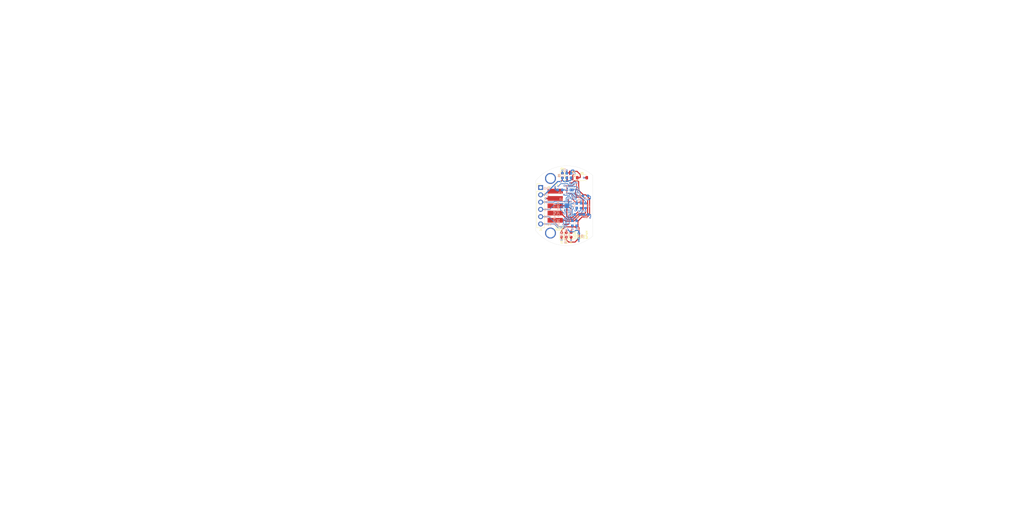
<source format=kicad_pcb>
(kicad_pcb (version 20240108) (generator "pcbnew") (generator_version "8.0")
  (title_block (title "Mag Encoder") (date "2024-11-25") (rev "4") (company "971 Spartan Robotics"))
  (layers (0 "F.Cu" signal) (1 "In1.Cu" signal) (2 "In2.Cu" signal) (31 "B.Cu" signal) (34 "B.Paste" user) (35 "F.Paste" user) (36 "B.SilkS" user "B.Silkscreen") (37 "F.SilkS" user "F.Silkscreen") (38 "B.Mask" user) (39 "F.Mask" user) (44 "Edge.Cuts" user))
  (net 0 "")
  (net 1 "+3.3V")
  (net 2 "GND")
  (net 3 "+5V")
  (net 4 "Net-(D4-A)")
  (net 5 "Net-(D1-K)")
  (net 6 "Net-(D3-A)")
  (net 7 "+5V_IN")
  (net 8 "Net-(C1-Pad1)")
  (net 9 "/A")
  (net 10 "/B")
  (net 11 "/PWM")
  (net 12 "Net-(D2-A)")
  (net 13 "Net-(R2-Pad1)")
  (net 14 "Net-(D3-K)")
  (net 15 "Net-(R1-Pad1)")
  (net 16 "Net-(U3-MGL)")
  (net 17 "Net-(U3-MGH)")
  (net 18 "Net-(U3-B)")
  (net 19 "/MISO")
  (net 20 "Net-(U3-A)")
  (net 21 "Net-(U3-PWM)")
  (net 22 "/CS")
  (net 23 "/MOSI")
  (net 24 "/SCLK")
  (net 26 "Net-(R3-Pad1)")
  (footprint "mag-encoder:pin-0.100" (layer "F.Cu") (at 224.8408 114.046 180)
    (property "Reference" "H1" (hide yes))
    (property "Value" "MountingHole")
    (pad "" thru_hole circle (at 0 0 180) (size 3.81 3.81) (drill 3) (layers "*.Cu" "*.Mask"))
  )
  (footprint "LED_SMD:LED_0603_1608Metric" (layer "F.Cu") (at 228.981 113.03 -90)
    (property "Reference" "D1" (at -0.0254 1.2446 90) (layer "F.SilkS") (effects (font (size 0.635 0.635) (thickness 0.127))))
    (property "Value" "ON" (at -2.3114 0 180) (layer "F.SilkS") (effects (font (size 0.635 0.635) (thickness 0.127) (bold yes))))
    (pad "1" smd roundrect (at -0.7875 0 270) (size 0.875 0.95) (layers "F.Cu" "F.Paste" "F.Mask") (net 5 "Net-(D1-K)"))
    (pad "2" smd roundrect (at 0.7875 0 270) (size 0.875 0.95) (layers "F.Cu" "F.Paste" "F.Mask") (net 1 "+3.3V"))
  )
  (footprint "LED_SMD:LED_0603_1608Metric" (layer "F.Cu") (at 228.727 133.731 90)
    (property "Reference" "D2" (at 2.032 -1.7272 90) (layer "F.SilkS") (effects (font (size 0.635 0.635) (thickness 0.127))))
    (property "Value" "LO" (at -2.5654 -0.008467 90) (layer "F.SilkS") (effects (font (size 0.635 0.635) (thickness 0.127) (bold yes))))
    (pad "1" smd roundrect (at -0.7875 0 90) (size 0.875 0.95) (layers "F.Cu" "F.Paste" "F.Mask") (net 2 "GND"))
    (pad "2" smd roundrect (at 0.7875 0 90) (size 0.875 0.95) (layers "F.Cu" "F.Paste" "F.Mask") (net 12 "Net-(D2-A)"))
  )
  (footprint "Package_TO_SOT_SMD:SOT-23" (layer "F.Cu") (at 231.5972 113.03 90)
    (property "Reference" "U1" (at 1.2954 1.3208 0) (layer "F.SilkS") (effects (font (size 0.635 0.635) (thickness 0.127))))
    (property "Value" "AP2120N-3.3TRG1")
    (pad "1" smd roundrect (at -0.9375 -0.95 90) (size 1.475 0.6) (layers "F.Cu" "F.Paste" "F.Mask") (net 2 "GND"))
    (pad "2" smd roundrect (at -0.9375 0.95 90) (size 1.475 0.6) (layers "F.Cu" "F.Paste" "F.Mask") (net 1 "+3.3V"))
    (pad "3" smd roundrect (at 0.9375 0 90) (size 1.475 0.6) (layers "F.Cu" "F.Paste" "F.Mask") (net 3 "+5V"))
  )
  (footprint "mag-encoder:Molex-70634-0039" (layer "F.Cu") (at 241.4778 123.571 90)
    (property "Reference" "J2" (at 7.3152 -14.5542 0) (layer "F.SilkS") (effects (font (size 0.635 0.635) (thickness 0.127))))
    (property "Value" "0015912055")
    (pad "" np_thru_hole circle (at -6.48 -4.3 90) (size 3.4 3.4) (drill 3.4) (layers "F&B.Cu" "*.Mask") (clearance 0.635))
    (pad "" np_thru_hole circle (at 6.48 -4.3 90) (size 3.4 3.4) (drill 3.4) (layers "F&B.Cu" "*.Mask") (clearance 0.635))
    (pad "1" smd roundrect (at 5.08 -14.99 90) (size 1.65 5.33) (layers "F.Cu" "F.Paste" "F.Mask") (roundrect_rratio 0.07352941176) (net 2 "GND"))
    (pad "2" smd roundrect (at 2.54 -14.99 90) (size 1.65 5.33) (layers "F.Cu" "F.Paste" "F.Mask") (roundrect_rratio 0.07352941176) (net 7 "+5V_IN"))
    (pad "3" smd roundrect (at 0 -14.99 90) (size 1.65 5.33) (layers "F.Cu" "F.Paste" "F.Mask") (roundrect_rratio 0.07352941176) (net 9 "/A"))
    (pad "4" smd roundrect (at -2.54 -14.99 90) (size 1.65 5.33) (layers "F.Cu" "F.Paste" "F.Mask") (roundrect_rratio 0.07352941176) (net 10 "/B"))
    (pad "5" smd roundrect (at -5.08 -14.99 90) (size 1.65 5.33) (layers "F.Cu" "F.Paste" "F.Mask") (roundrect_rratio 0.07352941176) (net 11 "/PWM"))
  )
  (footprint "LED_SMD:LED_0603_1608Metric" (layer "F.Cu") (at 230.378 133.731 90)
    (property "Reference" "D3" (at 2.032 -2.3876 90) (layer "F.SilkS") (effects (font (size 0.635 0.635) (thickness 0.127))))
    (property "Value" "OK" (at -2.504924 0.008466 90) (layer "F.SilkS") (effects (font (size 0.635 0.635) (thickness 0.127) (bold yes))))
    (pad "1" smd roundrect (at -0.7875 0 90) (size 0.875 0.95) (layers "F.Cu" "F.Paste" "F.Mask") (net 14 "Net-(D3-K)"))
    (pad "2" smd roundrect (at 0.7875 0 90) (size 0.875 0.95) (layers "F.Cu" "F.Paste" "F.Mask") (net 6 "Net-(D3-A)"))
  )
  (footprint "Connector_PinHeader_2.54mm:PinHeader_1x06_P2.54mm_Vertical" (layer "F.Cu") (at 221.4118 117.221)
    (property "Reference" "J1" (at 0.0508 14.7066 0) (layer "F.SilkS") (effects (font (size 0.635 0.635) (thickness 0.127) (bold yes))))
    (property "Value" "CONFIG")
    (pad "1" thru_hole rect (at 0 0) (size 1.7 1.7) (drill 1) (layers "*.Cu" "*.Mask") (net 2 "GND"))
    (pad "2" thru_hole oval (at 0 2.54) (size 1.7 1.7) (drill 1) (layers "*.Cu" "*.Mask") (net 1 "+3.3V"))
    (pad "3" thru_hole oval (at 0 5.08) (size 1.7 1.7) (drill 1) (layers "*.Cu" "*.Mask") (net 22 "/CS"))
    (pad "4" thru_hole oval (at 0 7.62) (size 1.7 1.7) (drill 1) (layers "*.Cu" "*.Mask") (net 23 "/MOSI"))
    (pad "5" thru_hole oval (at 0 10.16) (size 1.7 1.7) (drill 1) (layers "*.Cu" "*.Mask") (net 19 "/MISO"))
    (pad "6" thru_hole oval (at 0 12.7) (size 1.7 1.7) (drill 1) (layers "*.Cu" "*.Mask") (net 24 "/SCLK"))
  )
  (footprint "Diode_SMD:D_SOD-123" (layer "F.Cu") (at 235.839 113.792)
    (property "Reference" "D5" (at 0 -1.5748 0) (layer "F.SilkS") (effects (font (size 0.635 0.635) (thickness 0.127) (bold yes))))
    (property "Value" "MMSD4148T1G")
    (pad "1" smd roundrect (at -1.65 0) (size 0.9 1.2) (layers "F.Cu" "F.Paste" "F.Mask") (net 3 "+5V"))
    (pad "2" smd roundrect (at 1.65 0) (size 0.9 1.2) (layers "F.Cu" "F.Paste" "F.Mask") (net 7 "+5V_IN"))
  )
  (footprint "LED_SMD:LED_0603_1608Metric" (layer "F.Cu") (at 232.029 133.731 90)
    (property "Reference" "D4" (at 2.032 -3.048 90) (layer "F.SilkS") (effects (font (size 0.635 0.635) (thickness 0.127))))
    (property "Value" "HI" (at -2.671234 -0.0254 90) (layer "F.SilkS") (effects (font (size 0.635 0.635) (thickness 0.127) (bold yes))))
    (pad "1" smd roundrect (at -0.7875 0 90) (size 0.875 0.95) (layers "F.Cu" "F.Paste" "F.Mask") (net 2 "GND"))
    (pad "2" smd roundrect (at 0.7875 0 90) (size 0.875 0.95) (layers "F.Cu" "F.Paste" "F.Mask") (net 4 "Net-(D4-A)"))
  )
  (footprint "mag-encoder:pin-0.100" (layer "F.Cu") (at 224.8408 133.096 180)
    (property "Reference" "H2" (hide yes))
    (property "Value" "MountingHole")
    (pad "" thru_hole circle (at 0 0 180) (size 3.81 3.81) (drill 3) (layers "*.Cu" "*.Mask"))
  )
  (footprint "Resistor_SMD:R_0603_1608Metric" (layer "B.Cu") (at 235.5088 123.571 -90)
    (property "Reference" "R3" (at -1.9812 0.635 90) (layer "B.SilkS") (effects (font (size 0.635 0.635) (thickness 0.127)) (justify mirror)))
    (property "Value" "100R-1%-0603")
    (pad "1" smd roundrect (at -0.825 0 270) (size 0.8 0.95) (layers "B.Cu" "B.Paste" "B.Mask") (net 26 "Net-(R3-Pad1)"))
    (pad "2" smd roundrect (at 0.825 0 270) (size 0.8 0.95) (layers "B.Cu" "B.Paste" "B.Mask") (net 9 "/A"))
  )
  (footprint "Capacitor_SMD:C_0603_1608Metric" (layer "B.Cu") (at 233.9848 123.571 90)
    (property "Reference" "C2" (at 0.011 -1.0148 90) (layer "B.SilkS") (effects (font (size 0.635 0.635) (thickness 0.127)) (justify mirror)))
    (property "Value" "1uF-10%-25V-0603")
    (pad "1" smd roundrect (at -0.775 0 90) (size 0.9 0.95) (layers "B.Cu" "B.Paste" "B.Mask") (net 1 "+3.3V"))
    (pad "2" smd roundrect (at 0.775 0 90) (size 0.9 0.95) (layers "B.Cu" "B.Paste" "B.Mask") (net 2 "GND"))
  )
  (footprint "Capacitor_SMD:C_0603_1608Metric" (layer "B.Cu") (at 230.505 113.03 -90)
    (property "Reference" "C4" (at -1.8542 0.5842 90) (layer "B.SilkS") (effects (font (size 0.635 0.635) (thickness 0.127)) (justify mirror)))
    (property "Value" "1uF-10%-25V-0603")
    (pad "1" smd roundrect (at -0.775 0 270) (size 0.9 0.95) (layers "B.Cu" "B.Paste" "B.Mask") (net 3 "+5V"))
    (pad "2" smd roundrect (at 0.775 0 270) (size 0.9 0.95) (layers "B.Cu" "B.Paste" "B.Mask") (net 2 "GND"))
  )
  (footprint "mag-encoder:TI-WQFN-14-1EP_2.5x3mm_EP_1x1.5mm" (layer "B.Cu") (at 232.2068 118.0592 -90)
    (property "Reference" "U2" (at -0.6604 -2.5146 90) (layer "B.SilkS") (effects (font (size 0.635 0.635) (thickness 0.127)) (justify mirror)))
    (property "Value" "SN74LVC7032ABQAR")
    (pad "1" smd roundrect (at -0.25 1.4 180) (size 0.6 0.25) (layers "B.Cu" "B.Paste" "B.Mask") (roundrect_rratio 0.2) (net 8 "Net-(C1-Pad1)") (clearance 0.07))
    (pad "2" smd roundrect (at -1.15 1 270) (size 0.6 0.25) (layers "B.Cu" "B.Paste" "B.Mask") (roundrect_rratio 0.2) (net 17 "Net-(U3-MGH)") (clearance 0.07))
    (pad "3" smd roundrect (at -1.15 0.5 270) (size 0.6 0.25) (layers "B.Cu" "B.Paste" "B.Mask") (roundrect_rratio 0.2) (net 14 "Net-(D3-K)") (clearance 0.07))
    (pad "4" smd roundrect (at -1.15 0 270) (size 0.6 0.25) (layers "B.Cu" "B.Paste" "B.Mask") (roundrect_rratio 0.2) (net 21 "Net-(U3-PWM)") (clearance 0.07))
    (pad "5" smd roundrect (at -1.15 -0.5 270) (size 0.6 0.25) (layers "B.Cu" "B.Paste" "B.Mask") (roundrect_rratio 0.2) (net 8 "Net-(C1-Pad1)") (clearance 0.07))
    (pad "6" smd roundrect (at -1.15 -1 270) (size 0.6 0.25) (layers "B.Cu" "B.Paste" "B.Mask") (roundrect_rratio 0.2) (net 15 "Net-(R1-Pad1)") (clearance 0.07))
    (pad "7" smd roundrect (at -0.25 -1.4 180) (size 0.6 0.25) (layers "B.Cu" "B.Paste" "B.Mask") (roundrect_rratio 0.2) (net 2 "GND") (clearance 0.07))
    (pad "8" smd roundrect (at 0.25 -1.4 180) (size 0.6 0.25) (layers "B.Cu" "B.Paste" "B.Mask") (roundrect_rratio 0.2) (net 13 "Net-(R2-Pad1)") (clearance 0.07))
    (pad "9" smd roundrect (at 1.15 -1 270) (size 0.6 0.25) (layers "B.Cu" "B.Paste" "B.Mask") (roundrect_rratio 0.2) (net 18 "Net-(U3-B)") (clearance 0.07))
    (pad "10" smd roundrect (at 1.15 -0.5 270) (size 0.6 0.25) (layers "B.Cu" "B.Paste" "B.Mask") (roundrect_rratio 0.2) (net 8 "Net-(C1-Pad1)") (clearance 0.07))
    (pad "11" smd roundrect (at 1.15 0 270) (size 0.6 0.25) (layers "B.Cu" "B.Paste" "B.Mask") (roundrect_rratio 0.2) (net 26 "Net-(R3-Pad1)") (clearance 0.07))
    (pad "12" smd roundrect (at 1.15 0.5 270) (size 0.6 0.25) (layers "B.Cu" "B.Paste" "B.Mask") (roundrect_rratio 0.2) (net 20 "Net-(U3-A)") (clearance 0.07))
    (pad "13" smd roundrect (at 1.15 1 270) (size 0.6 0.25) (layers "B.Cu" "B.Paste" "B.Mask") (roundrect_rratio 0.2) (net 8 "Net-(C1-Pad1)") (clearance 0.07))
    (pad "14" smd roundrect (at 0.25 1.4 180) (size 0.6 0.25) (layers "B.Cu" "B.Paste" "B.Mask") (roundrect_rratio 0.2) (net 1 "+3.3V") (clearance 0.07))
    (pad "EP" smd roundrect (at 0 0 270) (size 1 1.5) (layers "B.Cu" "B.Paste" "B.Mask") (roundrect_rratio 0.2) (net 2 "GND") (clearance 0.07))
  )
  (footprint "Resistor_SMD:R_0603_1608Metric" (layer "B.Cu") (at 232.4608 129.667 -90)
    (property "Reference" "R7" (at 2.032 0 90) (layer "B.SilkS") (effects (font (size 0.635 0.635) (thickness 0.127)) (justify mirror)))
    (property "Value" "1.00k-1%-0603")
    (pad "1" smd roundrect (at -0.825 0 270) (size 0.8 0.95) (layers "B.Cu" "B.Paste" "B.Mask") (net 17 "Net-(U3-MGH)"))
    (pad "2" smd roundrect (at 0.825 0 270) (size 0.8 0.95) (layers "B.Cu" "B.Paste" "B.Mask") (net 4 "Net-(D4-A)"))
  )
  (footprint "Capacitor_SMD:C_0603_1608Metric" (layer "B.Cu") (at 228.1428 118.0592 180)
    (property "Reference" "C5" (at 0 -1.1176 0) (layer "B.SilkS") (effects (font (size 0.635 0.635) (thickness 0.127)) (justify mirror)))
    (property "Value" "1uF-10%-25V-0603")
    (pad "1" smd roundrect (at -0.775 0 180) (size 0.9 0.95) (layers "B.Cu" "B.Paste" "B.Mask") (net 1 "+3.3V"))
    (pad "2" smd roundrect (at 0.775 0 180) (size 0.9 0.95) (layers "B.Cu" "B.Paste" "B.Mask") (net 2 "GND"))
  )
  (footprint "Resistor_SMD:R_0603_1608Metric" (layer "B.Cu") (at 234.696 134.112 90)
    (property "Reference" "R5" (at -0.0254 1.2446 90) (layer "B.SilkS") (effects (font (size 0.635 0.635) (thickness 0.127)) (justify mirror)))
    (property "Value" "249R-1%-0603")
    (pad "1" smd roundrect (at -0.825 0 90) (size 0.8 0.95) (layers "B.Cu" "B.Paste" "B.Mask") (net 1 "+3.3V"))
    (pad "2" smd roundrect (at 0.825 0 90) (size 0.8 0.95) (layers "B.Cu" "B.Paste" "B.Mask") (net 6 "Net-(D3-A)"))
  )
  (footprint "Resistor_SMD:R_0603_1608Metric" (layer "B.Cu") (at 237.0328 123.571 -90)
    (property "Reference" "R2" (at 0 -1.1684 90) (layer "B.SilkS") (effects (font (size 0.635 0.635) (thickness 0.127)) (justify mirror)))
    (property "Value" "100R-1%-0603")
    (pad "1" smd roundrect (at -0.825 0 270) (size 0.8 0.95) (layers "B.Cu" "B.Paste" "B.Mask") (net 13 "Net-(R2-Pad1)"))
    (pad "2" smd roundrect (at 0.825 0 270) (size 0.8 0.95) (layers "B.Cu" "B.Paste" "B.Mask") (net 10 "/B"))
  )
  (footprint "Capacitor_SMD:C_0603_1608Metric" (layer "B.Cu") (at 237.236 126.619)
    (property "Reference" "C1" (at -0.0508 1.1176 0) (layer "B.SilkS") (effects (font (size 0.635 0.635) (thickness 0.127)) (justify mirror)))
    (property "Value" "1uF-10%-25V-0603")
    (pad "1" smd roundrect (at -0.775 0) (size 0.9 0.95) (layers "B.Cu" "B.Paste" "B.Mask") (net 8 "Net-(C1-Pad1)"))
    (pad "2" smd roundrect (at 0.775 0) (size 0.9 0.95) (layers "B.Cu" "B.Paste" "B.Mask") (net 2 "GND"))
  )
  (footprint "Resistor_SMD:R_0603_1608Metric" (layer "B.Cu") (at 237.0328 120.142)
    (property "Reference" "R1" (at -1.9812 0 0) (layer "B.SilkS") (effects (font (size 0.635 0.635) (thickness 0.127)) (justify mirror)))
    (property "Value" "100R-1%-0603")
    (pad "1" smd roundrect (at -0.825 0) (size 0.8 0.95) (layers "B.Cu" "B.Paste" "B.Mask") (net 15 "Net-(R1-Pad1)"))
    (pad "2" smd roundrect (at 0.825 0) (size 0.8 0.95) (layers "B.Cu" "B.Paste" "B.Mask") (net 11 "/PWM"))
  )
  (footprint "Resistor_SMD:R_0603_1608Metric" (layer "B.Cu") (at 234.188 126.619)
    (property "Reference" "R4" (at 0 1.143 0) (layer "B.SilkS") (effects (font (size 0.635 0.635) (thickness 0.127)) (justify mirror)))
    (property "Value" "1.00k-1%-0603")
    (pad "1" smd roundrect (at -0.825 0) (size 0.8 0.95) (layers "B.Cu" "B.Paste" "B.Mask") (net 16 "Net-(U3-MGL)"))
    (pad "2" smd roundrect (at 0.825 0) (size 0.8 0.95) (layers "B.Cu" "B.Paste" "B.Mask") (net 8 "Net-(C1-Pad1)"))
  )
  (footprint "Capacitor_SMD:C_0603_1608Metric" (layer "B.Cu") (at 232.029 113.03 -90)
    (property "Reference" "C3" (at 0 -1.1176 90) (layer "B.SilkS") (effects (font (size 0.635 0.635) (thickness 0.127) (bold yes)) (justify mirror)))
    (property "Value" "1uF-10%-25V-0603")
    (pad "1" smd roundrect (at -0.775 0 270) (size 0.9 0.95) (layers "B.Cu" "B.Paste" "B.Mask") (net 1 "+3.3V"))
    (pad "2" smd roundrect (at 0.775 0 270) (size 0.9 0.95) (layers "B.Cu" "B.Paste" "B.Mask") (net 2 "GND"))
  )
  (footprint "mag-encoder:QFN-16-1EP_3x3mm_P0.5mm_EP1.7x1.7mm" (layer "B.Cu") (at 230.5558 123.571)
    (property "Reference" "U3" (at -1.9304 -2.3368 0) (layer "B.SilkS") (effects (font (size 0.635 0.635) (thickness 0.127)) (justify mirror)))
    (property "Value" "MA732GQ")
    (pad "1" smd roundrect (at -1.45 0.738) (size 0.7 0.25) (layers "B.Cu" "B.Paste" "B.Mask"))
    (pad "2" smd roundrect (at -1.45 0.238) (size 0.7 0.25) (layers "B.Cu" "B.Paste" "B.Mask") (net 20 "Net-(U3-A)"))
    (pad "3" smd roundrect (at -1.45 -0.262) (size 0.7 0.25) (layers "B.Cu" "B.Paste" "B.Mask"))
    (pad "4" smd roundrect (at -1.45 -0.762) (size 0.7 0.25) (layers "B.Cu" "B.Paste" "B.Mask") (net 23 "/MOSI"))
    (pad "5" smd roundrect (at -0.75 -1.45) (size 0.25 0.7) (layers "B.Cu" "B.Paste" "B.Mask") (net 22 "/CS"))
    (pad "6" smd roundrect (at -0.25 -1.45) (size 0.25 0.7) (layers "B.Cu" "B.Paste" "B.Mask") (net 18 "Net-(U3-B)"))
    (pad "7" smd roundrect (at 0.25 -1.45) (size 0.25 0.7) (layers "B.Cu" "B.Paste" "B.Mask") (net 19 "/MISO"))
    (pad "8" smd roundrect (at 0.75 -1.45) (size 0.25 0.7) (layers "B.Cu" "B.Paste" "B.Mask") (net 2 "GND"))
    (pad "9" smd roundrect (at 1.45 -0.75) (size 0.7 0.25) (layers "B.Cu" "B.Paste" "B.Mask") (net 21 "Net-(U3-PWM)"))
    (pad "10" smd roundrect (at 1.45 -0.25) (size 0.7 0.25) (layers "B.Cu" "B.Paste" "B.Mask") (net 2 "GND"))
    (pad "11" smd roundrect (at 1.45 0.25) (size 0.7 0.25) (layers "B.Cu" "B.Paste" "B.Mask") (net 16 "Net-(U3-MGL)"))
    (pad "12" smd roundrect (at 1.45 0.75) (size 0.7 0.25) (layers "B.Cu" "B.Paste" "B.Mask") (net 24 "/SCLK"))
    (pad "13" smd roundrect (at 0.75 1.45) (size 0.25 0.7) (layers "B.Cu" "B.Paste" "B.Mask") (net 1 "+3.3V"))
    (pad "14" smd roundrect (at 0.25 1.45) (size 0.25 0.7) (layers "B.Cu" "B.Paste" "B.Mask"))
    (pad "15" smd roundrect (at -0.25 1.45) (size 0.25 0.7) (layers "B.Cu" "B.Paste" "B.Mask"))
    (pad "16" smd roundrect (at -0.75 1.45) (size 0.25 0.7) (layers "B.Cu" "B.Paste" "B.Mask") (net 17 "Net-(U3-MGH)"))
    (pad "17" smd rect (at 0 0) (size 1.7 1.7) (property pad_prop_heatsink) (layers "B.Cu" "B.Mask") (net 2 "GND"))
  )
  (footprint "Resistor_SMD:R_0603_1608Metric" (layer "B.Cu") (at 233.9848 129.667 -90)
    (property "Reference" "R6" (at 1.905 -0.6096 90) (layer "B.SilkS") (effects (font (size 0.635 0.635) (thickness 0.127)) (justify mirror)))
    (property "Value" "1.00k-1%-0603")
    (pad "1" smd roundrect (at -0.825 0 270) (size 0.8 0.95) (layers "B.Cu" "B.Paste" "B.Mask") (net 16 "Net-(U3-MGL)"))
    (pad "2" smd roundrect (at 0.825 0 270) (size 0.8 0.95) (layers "B.Cu" "B.Paste" "B.Mask") (net 12 "Net-(D2-A)"))
  )
  (footprint "Resistor_SMD:R_0603_1608Metric" (layer "B.Cu") (at 228.981 113.03 -90)
    (property "Reference" "R8" (at 0 1.1176 90) (layer "B.SilkS") (effects (font (size 0.635 0.635) (thickness 0.127) (bold yes)) (justify mirror)))
    (property "Value" "1.00k-1%-0603")
    (pad "1" smd roundrect (at -0.825 0 270) (size 0.8 0.95) (layers "B.Cu" "B.Paste" "B.Mask") (net 5 "Net-(D1-K)"))
    (pad "2" smd roundrect (at 0.825 0 270) (size 0.8 0.95) (layers "B.Cu" "B.Paste" "B.Mask") (net 2 "GND"))
  )
  (gr_line (start 226.7966 130.81) (end 229.235 130.81) (stroke (width 0.1)) (layer "F.SilkS"))
  (gr_line (start 229.235 130.81) (end 228.9556 131.0386) (stroke (width 0.1)) (layer "F.SilkS"))
  (gr_line (start 229.235 130.81) (end 228.9556 130.5814) (stroke (width 0.1)) (layer "F.SilkS"))
  (gr_line (start 239.5428 112.941609) (end 239.5428 134.200389) (stroke (width 0.05)) (layer "Edge.Cuts"))
  (gr_line (start 219.638626 114.93881) (end 219.641945 132.213244) (stroke (width 0.05)) (layer "Edge.Cuts"))
  (gr_arc (start 239.5428 134.200389) (mid 229.171827 137.418491) (end 219.641945 132.213244) (stroke (width 0.05)) (layer "Edge.Cuts"))
  (gr_arc (start 219.638626 114.93881) (mid 229.167061 109.71808) (end 239.5428 112.941609) (stroke (width 0.05)) (layer "Edge.Cuts"))
  (gr_text "CS" (at 222.3516 122.3518 0) (layer "B.SilkS") (effects (font (size 0.762 0.762) (thickness 0.127) (bold yes)) (justify right mirror)))
  (gr_text "GND" (at 222.3516 117.5512 0) (layer "B.SilkS") (effects (font (size 0.762 0.762) (thickness 0.127) (bold yes)) (justify right mirror)))
  (gr_text "MISO" (at 222.3516 127.4318 0) (layer "B.SilkS") (effects (font (size 0.762 0.762) (thickness 0.127) (bold yes)) (justify right mirror)))
  (gr_text "3V3" (at 222.3516 119.761 0) (layer "B.SilkS") (effects (font (size 0.762 0.762) (thickness 0.127) (bold yes)) (justify right mirror)))
  (gr_text "971 SPARTAN\nROBOTICS 2024" (at 225.8822 126.492 90) (layer "B.SilkS") (effects (font (size 0.762 0.762) (thickness 0.1524) (bold yes)) (justify top mirror)))
  (gr_text "MOSI" (at 222.3516 124.9426 0) (layer "B.SilkS") (effects (font (size 0.762 0.762) (thickness 0.127) (bold yes)) (justify right mirror)))
  (gr_text "MAG\nENCODER\nV4" (at 230.1748 133.7564 90) (layer "B.SilkS") (effects (font (size 0.889 0.889) (thickness 0.1524) (bold yes)) (justify mirror)))
  (gr_text "SCLK" (at 222.3516 129.9464 0) (layer "B.SilkS") (effects (font (size 0.762 0.762) (thickness 0.127) (bold yes)) (justify right mirror)))
  (gr_text "1" (at 224.917 116.9416 90) (layer "F.SilkS") (effects (font (size 0.889 0.889) (thickness 0.1524) (bold yes)) (justify bottom)))
  (gr_text "1:GND\n2:5V\n3:A\n4:B\n5:PWM" (at 235.458 135.3058 90) (layer "F.SilkS") (effects (font (size 0.635 0.635) (thickness 0.127) (bold yes)) (justify left)))
  (gr_text "5" (at 224.8916 130.2258 90) (layer "F.SilkS") (effects (font (size 0.889 0.889) (thickness 0.1524) (bold yes)) (justify bottom)))
  (segment (start 232.537 113.0554) (end 232.537 113.9573) (width 0.381) (layer "F.Cu") (net 1))
  (segment (start 228.981 114.6048) (end 228.981 113.8175) (width 0.381) (layer "F.Cu") (net 1))
  (segment (start 228.463539 115.122261) (end 228.981 114.6048) (width 0.381) (layer "F.Cu") (net 1))
  (segment (start 232.537 113.9573) (end 232.5472 113.9675) (width 0.381) (layer "F.Cu") (net 1))
  (segment (start 233.2482 112.3442) (end 232.537 113.0554) (width 0.381) (layer "F.Cu") (net 1))
  (via (at 234.696 135.939583) (size 0.6) (drill 0.3) (layers "F.Cu" "B.Cu") (net 1))
  (via (at 233.2482 112.3442) (size 0.6) (drill 0.3) (layers "F.Cu" "B.Cu") (net 1))
  (via (at 233.4641 125.2601) (size 0.6096) (drill 0.3048) (layers "F.Cu" "B.Cu") (net 1))
  (via (at 231.3178 125.984) (size 0.6096) (drill 0.3048) (layers "F.Cu" "B.Cu") (net 1))
  (via (at 229.8573 118.0211) (size 0.6) (drill 0.3) (layers "F.Cu" "B.Cu") (net 1))
  (via (at 228.463539 115.122261) (size 0.6) (drill 0.3) (layers "F.Cu" "B.Cu") (net 1))
  (segment (start 234.696 135.939583) (end 234.696 134.937) (width 0.381) (layer "B.Cu") (net 1))
  (segment (start 232.283 111.1504) (end 232.029 111.4044) (width 0.381) (layer "B.Cu") (net 1))
  (segment (start 230.1454 118.3092) (end 230.9338 118.3092) (width 0.254) (layer "B.Cu") (net 1))
  (segment (start 233.7689 125.2601) (end 233.9848 125.0442) (width 0.381) (layer "B.Cu") (net 1))
  (segment (start 228.463539 115.122261) (end 227.371029 115.122261) (width 0.381) (layer "B.Cu") (net 1))
  (segment (start 233.2482 112.3442) (end 233.2482 111.506) (width 0.381) (layer "B.Cu") (net 1))
  (segment (start 229.8573 118.0211) (end 230.1454 118.3092) (width 0.254) (layer "B.Cu") (net 1))
  (segment (start 232.8926 111.1504) (end 232.283 111.1504) (width 0.381) (layer "B.Cu") (net 1))
  (segment (start 227.371029 115.122261) (end 222.73229 119.761) (width 0.381) (layer "B.Cu") (net 1))
  (segment (start 232.029 111.4044) (end 232.029 112.255) (width 0.381) (layer "B.Cu") (net 1))
  (segment (start 228.9178 118.0592) (end 229.8192 118.0592) (width 0.381) (layer "B.Cu") (net 1))
  (segment (start 233.4641 125.2601) (end 233.7689 125.2601) (width 0.381) (layer "B.Cu") (net 1))
  (segment (start 231.3058 125.021) (end 231.3058 125.972) (width 0.254) (layer "B.Cu") (net 1))
  (segment (start 233.2482 111.506) (end 232.8926 111.1504) (width 0.381) (layer "B.Cu") (net 1))
  (segment (start 229.8192 118.0592) (end 229.8573 118.0211) (width 0.381) (layer "B.Cu") (net 1))
  (segment (start 222.73229 119.761) (end 221.4118 119.761) (width 0.381) (layer "B.Cu") (net 1))
  (segment (start 233.9848 125.0442) (end 233.9848 124.346) (width 0.381) (layer "B.Cu") (net 1))
  (segment (start 231.3058 125.972) (end 231.3178 125.984) (width 0.254) (layer "B.Cu") (net 1))
  (segment (start 228.727 134.5185) (end 228.727 135.4836) (width 0.381) (layer "F.Cu") (net 2))
  (segment (start 228.727 135.4836) (end 228.7016 135.509) (width 0.381) (layer "F.Cu") (net 2))
  (segment (start 230.6472 114.9198) (end 230.6472 113.9675) (width 0.381) (layer "F.Cu") (net 2))
  (segment (start 232.029 134.5185) (end 232.029 135.509) (width 0.381) (layer "F.Cu") (net 2))
  (segment (start 230.4542 115.1128) (end 230.6472 114.9198) (width 0.381) (layer "F.Cu") (net 2))
  (segment (start 226.4664 117.356) (end 226.4878 117.3774) (width 0.381) (layer "F.Cu") (net 2))
  (segment (start 226.4878 117.3774) (end 226.4878 118.491) (width 0.381) (layer "F.Cu") (net 2))
  (segment (start 226.4664 117.0686) (end 226.4664 117.356) (width 0.381) (layer "F.Cu") (net 2))
  (segment (start 229.9462 115.1128) (end 230.4542 115.1128) (width 0.381) (layer "F.Cu") (net 2))
  (via (at 229.9462 115.1128) (size 0.6) (drill 0.3) (layers "F.Cu" "B.Cu") (net 2))
  (via (at 226.4664 117.0686) (size 0.6096) (drill 0.3048) (layers "F.Cu" "B.Cu") (net 2))
  (via (at 232.0036 122.0978) (size 0.6096) (drill 0.3048) (layers "F.Cu" "B.Cu") (net 2))
  (via (at 228.7016 135.509) (size 0.6) (drill 0.3) (layers "F.Cu" "B.Cu") (net 2))
  (via (at 234.443344 118.992046) (size 0.6) (drill 0.3) (layers "F.Cu" "B.Cu") (net 2))
  (via (at 232.7068 118.0592) (size 0.5) (drill 0.2) (layers "F.Cu" "B.Cu") (net 2))
  (via (at 232.029 135.509) (size 0.6) (drill 0.3) (layers "F.Cu" "B.Cu") (net 2))
  (via (at 231.7068 118.0592) (size 0.5) (drill 0.2) (layers "F.Cu" "B.Cu") (net 2))
  (via (at 238.6584 127.762) (size 0.6) (drill 0.3) (layers "F.Cu" "B.Cu") (net 2))
  (via (at 233.9848 121.793) (size 0.6096) (drill 0.3048) (layers "F.Cu" "B.Cu") (net 2))
  (segment (start 234.443344 118.992046) (end 234.2751 118.823802) (width 0.254) (layer "B.Cu") (net 2))
  (segment (start 226.4664 117.856) (end 226.4664 117.0686) (width 0.381) (layer "B.Cu") (net 2))
  (segment (start 229.9462 115.1128) (end 230.9368 115.1128) (width 0.381) (layer "B.Cu") (net 2))
  (segment (start 231.308 122.1232) (end 231.9782 122.1232) (width 0.254) (layer "B.Cu") (net 2))
  (segment (start 231.3058 122.121) (end 231.3058 122.560024) (width 0.254) (layer "B.Cu") (net 2))
  (segment (start 234.024752 117.8092) (end 233.6068 117.8092) (width 0.254) (layer "B.Cu") (net 2))
  (segment (start 231.2875 122.578324) (end 231.2875 122.8393) (width 0.254) (layer "B.Cu") (net 2))
  (segment (start 231.3058 122.121) (end 231.308 122.1232) (width 0.254) (layer "B.Cu") (net 2))
  (segment (start 238.76 126.619) (end 238.011 126.619) (width 0.254) (layer "B.Cu") (net 2))
  (segment (start 228.981 114.6048) (end 228.981 113.855) (width 0.381) (layer "B.Cu") (net 2))
  (segment (start 231.9782 122.1232) (end 232.0036 122.0978) (width 0.254) (layer "B.Cu") (net 2))
  (segment (start 229.489 115.1128) (end 228.981 114.6048) (width 0.381) (layer "B.Cu") (net 2))
  (segment (start 229.9462 115.1128) (end 230.4796 115.1128) (width 0.381) (layer "B.Cu") (net 2))
  (segment (start 232.0058 123.321) (end 230.8058 123.321) (width 0.254) (layer "B.Cu") (net 2))
  (segment (start 234.2751 118.823802) (end 234.2751 118.059548) (width 0.254) (layer "B.Cu") (net 2))
  (segment (start 232.029 114.554) (end 232.029 113.805) (width 0.381) (layer "B.Cu") (net 2))
  (segment (start 238.6584 127.762) (end 238.8616 127.5588) (width 0.254) (layer "B.Cu") (net 2))
  (segment (start 233.6068 117.8092) (end 232.4568 117.8092) (width 0.254) (layer "B.Cu") (net 2))
  (segment (start 231.3058 122.560024) (end 231.2875 122.578324) (width 0.254) (layer "B.Cu") (net 2))
  (segment (start 232.4568 117.8092) (end 232.2068 118.0592) (width 0.254) (layer "B.Cu") (net 2))
  (segment (start 227.3678 118.0592) (end 226.6696 118.0592) (width 0.381) (layer "B.Cu") (net 2))
  (segment (start 231.267 114.7826) (end 231.8004 114.7826) (width 0.381) (layer "B.Cu") (net 2))
  (segment (start 230.8058 123.321) (end 230.5558 123.571) (width 0.254) (layer "B.Cu") (net 2))
  (segment (start 230.9368 115.1128) (end 231.267 114.7826) (width 0.381) (layer "B.Cu") (net 2))
  (segment (start 229.9462 115.1128) (end 229.489 115.1128) (width 0.381) (layer "B.Cu") (net 2))
  (segment (start 231.2875 122.8393) (end 230.5558 123.571) (width 0.254) (layer "B.Cu") (net 2))
  (segment (start 231.8004 114.7826) (end 232.029 114.554) (width 0.381) (layer "B.Cu") (net 2))
  (segment (start 238.8616 126.7206) (end 238.76 126.619) (width 0.254) (layer "B.Cu") (net 2))
  (segment (start 234.2751 118.059548) (end 234.024752 117.8092) (width 0.254) (layer "B.Cu") (net 2))
  (segment (start 230.505 115.0874) (end 230.505 113.805) (width 0.381) (layer "B.Cu") (net 2))
  (segment (start 238.8616 127.5588) (end 238.8616 126.7206) (width 0.254) (layer "B.Cu") (net 2))
  (segment (start 226.6696 118.0592) (end 226.4664 117.856) (width 0.381) (layer "B.Cu") (net 2))
  (segment (start 230.4796 115.1128) (end 230.505 115.0874) (width 0.381) (layer "B.Cu") (net 2))
  (segment (start 233.9848 122.796) (end 233.9848 121.793) (width 0.381) (layer "B.Cu") (net 2))
  (segment (start 232.8926 111.5822) (end 232.3823 112.0925) (width 0.381) (layer "F.Cu") (net 3))
  (segment (start 231.5972 112.0925) (end 230.8883 112.0925) (width 0.381) (layer "F.Cu") (net 3))
  (segment (start 234.189 113.792) (end 235.0516 113.792) (width 0.381) (layer "F.Cu") (net 3))
  (segment (start 230.5304 111.7346) (end 230.5304 111.2266) (width 0.381) (layer "F.Cu") (net 3))
  (segment (start 230.8883 112.0925) (end 230.5304 111.7346) (width 0.381) (layer "F.Cu") (net 3))
  (segment (start 235.2294 112.6998) (end 234.1118 111.5822) (width 0.381) (layer "F.Cu") (net 3))
  (segment (start 235.2294 113.6142) (end 235.2294 112.6998) (width 0.381) (layer "F.Cu") (net 3))
  (segment (start 232.3823 112.0925) (end 231.5972 112.0925) (width 0.381) (layer "F.Cu") (net 3))
  (segment (start 234.1118 111.5822) (end 232.8926 111.5822) (width 0.381) (layer "F.Cu") (net 3))
  (segment (start 235.0516 113.792) (end 235.2294 113.6142) (width 0.381) (layer "F.Cu") (net 3))
  (via (at 230.5304 111.2266) (size 0.6) (drill 0.3) (layers "F.Cu" "B.Cu") (net 3))
  (segment (start 230.505 112.255) (end 230.505 111.252) (width 0.381) (layer "B.Cu") (net 3))
  (segment (start 230.505 111.252) (end 230.5304 111.2266) (width 0.381) (layer "B.Cu") (net 3))
  (segment (start 232.029 132.207) (end 232.029 132.9435) (width 0.381) (layer "F.Cu") (net 4))
  (segment (start 232.5116 131.7244) (end 232.029 132.207) (width 0.381) (layer "F.Cu") (net 4))
  (via (at 232.5116 131.7244) (size 0.6) (drill 0.3) (layers "F.Cu" "B.Cu") (net 4))
  (segment (start 232.4608 131.6736) (end 232.4608 130.492) (width 0.381) (layer "B.Cu") (net 4))
  (segment (start 232.5116 131.7244) (end 232.4608 131.6736) (width 0.381) (layer "B.Cu") (net 4))
  (segment (start 228.981 112.2425) (end 228.981 111.2266) (width 0.381) (layer "F.Cu") (net 5))
  (via (at 228.981 111.2266) (size 0.6) (drill 0.3) (layers "F.Cu" "B.Cu") (net 5))
  (segment (start 228.981 111.2266) (end 228.981 112.205) (width 0.381) (layer "B.Cu") (net 5))
  (segment (start 230.8352 131.826) (end 230.378 132.2832) (width 0.381) (layer "F.Cu") (net 6))
  (segment (start 230.378 132.2832) (end 230.378 132.9435) (width 0.381) (layer "F.Cu") (net 6))
  (via (at 230.8352 131.826) (size 0.6) (drill 0.3) (layers "F.Cu" "B.Cu") (net 6))
  (segment (start 230.8352 131.826) (end 231.648 132.6388) (width 0.381) (layer "B.Cu") (net 6))
  (segment (start 233.140122 132.6388) (end 233.597322 132.1816) (width 0.381) (layer "B.Cu") (net 6))
  (segment (start 234.4166 132.1816) (end 234.696 132.461) (width 0.381) (layer "B.Cu") (net 6))
  (segment (start 234.696 132.461) (end 234.696 133.287) (width 0.381) (layer "B.Cu") (net 6))
  (segment (start 233.597322 132.1816) (end 234.4166 132.1816) (width 0.381) (layer "B.Cu") (net 6))
  (segment (start 231.648 132.6388) (end 233.140122 132.6388) (width 0.381) (layer "B.Cu") (net 6))
  (segment (start 226.4878 121.031) (end 223.139 121.031) (width 0.508) (layer "F.Cu") (net 7))
  (segment (start 237.489 113.792) (end 236.474 113.792) (width 0.381) (layer "F.Cu") (net 7))
  (via (at 236.474 113.792) (size 0.6) (drill 0.3) (layers "F.Cu" "B.Cu") (net 7))
  (via (at 223.139 121.031) (size 0.6) (drill 0.3) (layers "F.Cu" "B.Cu") (net 7))
  (segment (start 232.013719 119.2578) (end 233.274839 120.51892) (width 0.254) (layer "F.Cu") (net 8))
  (segment (start 230.5304 119.2324) (end 230.5304 116.586) (width 0.254) (layer "F.Cu") (net 8))
  (segment (start 232.515882 116.586) (end 230.5304 116.586) (width 0.254) (layer "F.Cu") (net 8))
  (segment (start 236.1898 125.279628) (end 236.1898 121.489878) (width 0.381) (layer "F.Cu") (net 8))
  (segment (start 236.08257 125.386858) (end 236.1898 125.279628) (width 0.381) (layer "F.Cu") (net 8))
  (segment (start 233.150883 115.950999) (end 232.515882 116.586) (width 0.254) (layer "F.Cu") (net 8))
  (segment (start 230.505 119.2578) (end 232.013719 119.2578) (width 0.254) (layer "F.Cu") (net 8))
  (segment (start 235.268559 120.568637) (end 233.274839 120.568637) (width 0.381) (layer "F.Cu") (net 8))
  (segment (start 233.274839 120.51892) (end 233.274839 120.568637) (width 0.254) (layer "F.Cu") (net 8))
  (segment (start 230.505 119.2578) (end 230.5304 119.2324) (width 0.254) (layer "F.Cu") (net 8))
  (segment (start 229.6922 116.586) (end 230.5304 116.586) (width 0.254) (layer "F.Cu") (net 8))
  (segment (start 236.1898 121.489878) (end 235.268559 120.568637) (width 0.381) (layer "F.Cu") (net 8))
  (via (at 229.6922 116.586) (size 0.6) (drill 0.3) (layers "F.Cu" "B.Cu") (net 8))
  (via (at 233.150883 115.950999) (size 0.6) (drill 0.3) (layers "F.Cu" "B.Cu") (net 8))
  (via (at 233.274839 120.568637) (size 0.6) (drill 0.3) (layers "F.Cu" "B.Cu") (net 8))
  (via (at 230.505 119.2578) (size 0.6) (drill 0.3) (layers "F.Cu" "B.Cu") (net 8))
  (via (at 236.08257 125.386858) (size 0.6) (drill 0.3) (layers "F.Cu" "B.Cu") (net 8))
  (segment (start 230.505 119.2578) (end 230.5536 119.2092) (width 0.254) (layer "B.Cu") (net 8))
  (segment (start 233.150883 115.950999) (end 232.943401 115.950999) (width 0.254) (layer "B.Cu") (net 8))
  (segment (start 232.943401 115.950999) (end 232.7068 116.1876) (width 0.254) (layer "B.Cu") (net 8))
  (segment (start 232.7068 119.83994) (end 233.274839 120.407979) (width 0.254) (layer "B.Cu") (net 8))
  (segment (start 230.5558 117.176152) (end 230.8098 117.430152) (width 0.254) (layer "B.Cu") (net 8))
  (segment (start 232.7068 119.2092) (end 232.7068 119.83994) (width 0.254) (layer "B.Cu") (net 8))
  (segment (start 230.8098 117.430152) (end 230.8098 117.8062) (width 0.254) (layer "B.Cu") (net 8))
  (segment (start 230.378 116.586) (end 230.5558 116.7638) (width 0.254) (layer "B.Cu") (net 8))
  (segment (start 229.6922 116.586) (end 230.378 116.586) (width 0.254) (layer "B.Cu") (net 8))
  (segment (start 235.712 125.757428) (end 236.08257 125.386858) (width 0.254) (layer "B.Cu") (net 8))
  (segment (start 235.6358 126.619) (end 236.461 126.619) (width 0.254) (layer "B.Cu") (net 8))
  (segment (start 230.5536 119.2092) (end 231.2068 119.2092) (width 0.254) (layer "B.Cu") (net 8))
  (segment (start 230.5558 116.7638) (end 230.5558 117.176152) (width 0.254) (layer "B.Cu") (net 8))
  (segment (start 230.8098 117.8062) (end 230.8068 117.8092) (width 0.254) (layer "B.Cu") (net 8))
  (segment (start 235.712 126.5428) (end 235.712 125.757428) (width 0.254) (layer "B.Cu") (net 8))
  (segment (start 232.7068 116.1876) (end 232.7068 116.9092) (width 0.254) (layer "B.Cu") (net 8))
  (segment (start 233.274839 120.407979) (end 233.274839 120.568637) (width 0.254) (layer "B.Cu") (net 8))
  (segment (start 235.013 126.619) (end 235.6358 126.619) (width 0.254) (layer "B.Cu") (net 8))
  (segment (start 235.6358 126.619) (end 235.712 126.5428) (width 0.254) (layer "B.Cu") (net 8))
  (segment (start 230.54165 124.21725) (end 229.8954 123.571) (width 0.381) (layer "F.Cu") (net 9))
  (segment (start 230.54165 127.209974) (end 230.54165 124.21725) (width 0.381) (layer "F.Cu") (net 9))
  (segment (start 232.505136 127.641464) (end 230.97314 127.641464) (width 0.381) (layer "F.Cu") (net 9))
  (segment (start 229.8954 123.571) (end 226.4878 123.571) (width 0.381) (layer "F.Cu") (net 9))
  (segment (start 234.6452 125.5014) (end 232.505136 127.641464) (width 0.381) (layer "F.Cu") (net 9))
  (segment (start 230.97314 127.641464) (end 230.54165 127.209974) (width 0.381) (layer "F.Cu") (net 9))
  (via (at 234.6452 125.5014) (size 0.6) (drill 0.3) (layers "F.Cu" "B.Cu") (net 9))
  (segment (start 234.6452 125.5014) (end 235.0516 125.5014) (width 0.254) (layer "B.Cu") (net 9))
  (segment (start 235.0516 125.5014) (end 235.5088 125.0442) (width 0.254) (layer "B.Cu") (net 9))
  (segment (start 235.5088 125.0442) (end 235.5088 124.396) (width 0.254) (layer "B.Cu") (net 9))
  (segment (start 236.9566 126.238) (end 234.823 126.238) (width 0.381) (layer "F.Cu") (net 10))
  (segment (start 228.4222 126.111) (end 226.4878 126.111) (width 0.381) (layer "F.Cu") (net 10))
  (segment (start 232.7529 128.3081) (end 230.6193 128.3081) (width 0.381) (layer "F.Cu") (net 10))
  (segment (start 230.6193 128.3081) (end 228.4222 126.111) (width 0.381) (layer "F.Cu") (net 10))
  (segment (start 237.0328 126.1618) (end 236.9566 126.238) (width 0.381) (layer "F.Cu") (net 10))
  (segment (start 237.0328 125.4252) (end 237.0328 126.1618) (width 0.381) (layer "F.Cu") (net 10))
  (segment (start 234.823 126.238) (end 232.7529 128.3081) (width 0.381) (layer "F.Cu") (net 10))
  (via (at 237.0328 125.4252) (size 0.6) (drill 0.3) (layers "F.Cu" "B.Cu") (net 10))
  (segment (start 237.0328 125.4252) (end 237.0328 124.396) (width 0.254) (layer "B.Cu") (net 10))
  (segment (start 237.3249 126.8603) (end 235.080766 126.8603) (width 0.381) (layer "F.Cu") (net 11))
  (segment (start 235.080766 126.8603) (end 233.010666 128.9304) (width 0.381) (layer "F.Cu") (net 11))
  (segment (start 226.7672 128.9304) (end 226.4878 128.651) (width 0.381) (layer "F.Cu") (net 11))
  (segment (start 233.010666 128.9304) (end 230.1748 128.9304) (width 0.381) (layer "F.Cu") (net 11))
  (segment (start 237.744 121.4374) (end 237.7646 121.458) (width 0.381) (layer "F.Cu") (net 11))
  (segment (start 237.7646 121.458) (end 237.7646 126.4206) (width 0.381) (layer "F.Cu") (net 11))
  (segment (start 237.7646 126.4206) (end 237.3249 126.8603) (width 0.381) (layer "F.Cu") (net 11))
  (segment (start 229.8954 128.651) (end 226.4878 128.651) (width 0.381) (layer "F.Cu") (net 11))
  (segment (start 230.1748 128.9304) (end 229.8954 128.651) (width 0.381) (layer "F.Cu") (net 11))
  (via (at 237.744 121.4374) (size 0.6) (drill 0.3) (layers "F.Cu" "B.Cu") (net 11))
  (segment (start 238.7854 121.0564) (end 238.7854 120.4214) (width 0.254) (layer "B.Cu") (net 11))
  (segment (start 237.744 121.4374) (end 238.4044 121.4374) (width 0.254) (layer "B.Cu") (net 11))
  (segment (start 238.506 120.142) (end 237.8578 120.142) (width 0.254) (layer "B.Cu") (net 11))
  (segment (start 238.4044 121.4374) (end 238.7854 121.0564) (width 0.254) (layer "B.Cu") (net 11))
  (segment (start 238.7854 120.4214) (end 238.506 120.142) (width 0.254) (layer "B.Cu") (net 11))
  (segment (start 228.727 132.08) (end 228.727 132.9435) (width 0.381) (layer "F.Cu") (net 12))
  (segment (start 229.87 130.937) (end 228.727 132.08) (width 0.381) (layer "F.Cu") (net 12))
  (segment (start 233.472 130.937) (end 229.87 130.937) (width 0.381) (layer "F.Cu") (net 12))
  (segment (start 233.9848 131.4498) (end 233.472 130.937) (width 0.381) (layer "F.Cu") (net 12))
  (via (at 233.9848 131.4498) (size 0.6) (drill 0.3) (layers "F.Cu" "B.Cu") (net 12))
  (segment (start 233.9848 131.4498) (end 233.9848 130.492) (width 0.381) (layer "B.Cu") (net 12))
  (segment (start 235.5342 121.1072) (end 236.0676 121.1072) (width 0.254) (layer "B.Cu") (net 13))
  (segment (start 236.0676 121.1072) (end 237.0328 122.0724) (width 0.254) (layer "B.Cu") (net 13))
  (segment (start 237.0328 122.0724) (end 237.0328 122.746) (width 0.254) (layer "B.Cu") (net 13))
  (segment (start 233.775044 119.348044) (end 235.5342 121.1072) (width 0.254) (layer "B.Cu") (net 13))
  (segment (start 233.6068 118.691248) (end 233.775044 118.859492) (width 0.254) (layer "B.Cu") (net 13))
  (segment (start 233.775044 118.859492) (end 233.775044 119.348044) (width 0.254) (layer "B.Cu") (net 13))
  (segment (start 233.6068 118.3092) (end 233.6068 118.691248) (width 0.254) (layer "B.Cu") (net 13))
  (segment (start 234.438417 135.207783) (end 234.823 134.8232) (width 0.381) (layer "F.Cu") (net 14))
  (segment (start 237.065368 119.723846) (end 236.233646 119.723846) (width 0.381) (layer "F.Cu") (net 14))
  (segment (start 232.859947 115.219199) (end 232.847761 115.219199) (width 0.381) (layer "F.Cu") (net 14))
  (segment (start 230.378 135.4328) (end 231.186 136.2408) (width 0.381) (layer "F.Cu") (net 14))
  (segment (start 234.823 131.253078) (end 234.442 130.872078) (width 0.381) (layer "F.Cu") (net 14))
  (segment (start 234.6523 118.1425) (end 234.6523 115.19412) (width 0.381) (layer "F.Cu") (net 14))
  (segment (start 234.392878 135.207783) (end 234.438417 135.207783) (width 0.381) (layer "F.Cu") (net 14))
  (segment (start 234.442 130.872078) (end 234.442 128.905) (width 0.381) (layer "F.Cu") (net 14))
  (segment (start 234.442 128.905) (end 235.8644 127.4826) (width 0.381) (layer "F.Cu") (net 14))
  (segment (start 238.4758 126.589466) (end 238.4758 121.134278) (width 0.381) (layer "F.Cu") (net 14))
  (segment (start 230.378 134.5185) (end 230.378 135.4328) (width 0.381) (layer "F.Cu") (net 14))
  (segment (start 233.9642 135.636461) (end 234.392878 135.207783) (width 0.381) (layer "F.Cu") (net 14))
  (segment (start 234.337557 114.879377) (end 233.199769 114.879377) (width 0.381) (layer "F.Cu") (net 14))
  (segment (start 238.4298 126.635466) (end 238.4758 126.589466) (width 0.381) (layer "F.Cu") (net 14))
  (segment (start 237.6726 127.4826) (end 238.4298 126.7254) (width 0.381) (layer "F.Cu") (net 14))
  (segment (start 234.6523 115.19412) (end 234.337557 114.879377) (width 0.381) (layer "F.Cu") (net 14))
  (segment (start 231.186 136.2408) (end 233.4054 136.2408) (width 0.381) (layer "F.Cu") (net 14))
  (segment (start 235.8644 127.4826) (end 237.6726 127.4826) (width 0.381) (layer "F.Cu") (net 14))
  (segment (start 232.847761 115.219199) (end 232.47156 115.5954) (width 0.381) (layer "F.Cu") (net 14))
  (segment (start 232.47156 115.5954) (end 231.6226 115.5954) (width 0.381) (layer "F.Cu") (net 14))
  (segment (start 236.233646 119.723846) (end 234.6523 118.1425) (width 0.381) (layer "F.Cu") (net 14))
  (segment (start 238.4298 126.7254) (end 238.4298 126.635466) (width 0.381) (layer "F.Cu") (net 14))
  (segment (start 233.4054 136.2408) (end 233.9642 135.682) (width 0.381) (layer "F.Cu") (net 14))
  (segment (start 234.823 134.8232) (end 234.823 131.253078) (width 0.381) (layer "F.Cu") (net 14))
  (segment (start 233.9642 135.682) (end 233.9642 135.636461) (width 0.381) (layer "F.Cu") (net 14))
  (segment (start 233.199769 114.879377) (end 232.859947 115.219199) (width 0.381) (layer "F.Cu") (net 14))
  (segment (start 238.4758 121.134278) (end 237.065368 119.723846) (width 0.381) (layer "F.Cu") (net 14))
  (via (at 231.6226 115.5954) (size 0.6) (drill 0.3) (layers "F.Cu" "B.Cu") (net 14))
  (segment (start 231.7068 115.6796) (end 231.7068 116.9092) (width 0.254) (layer "B.Cu") (net 14))
  (segment (start 231.6226 115.5954) (end 231.7068 115.6796) (width 0.254) (layer "B.Cu") (net 14))
  (segment (start 233.2068 116.9092) (end 233.952212 116.9092) (width 0.254) (layer "B.Cu") (net 15))
  (segment (start 234.7704 118.249961) (end 235.1278 118.607361) (width 0.254) (layer "B.Cu") (net 15))
  (segment (start 235.4072 120.142) (end 236.2078 120.142) (width 0.254) (layer "B.Cu") (net 15))
  (segment (start 234.7704 117.727388) (end 234.7704 118.249961) (width 0.254) (layer "B.Cu") (net 15))
  (segment (start 235.1278 118.607361) (end 235.1278 119.8626) (width 0.254) (layer "B.Cu") (net 15))
  (segment (start 233.952212 116.9092) (end 234.7704 117.727388) (width 0.254) (layer "B.Cu") (net 15))
  (segment (start 235.1278 119.8626) (end 235.4072 120.142) (width 0.254) (layer "B.Cu") (net 15))
  (segment (start 232.6092 123.821) (end 232.791 124.0028) (width 0.254) (layer "B.Cu") (net 16))
  (segment (start 233.363 126.619) (end 232.5116 126.619) (width 0.254) (layer "B.Cu") (net 16))
  (segment (start 232.791 124.0028) (end 232.791 124.6378) (width 0.254) (layer "B.Cu") (net 16))
  (segment (start 232.5116 124.9172) (end 232.5624 124.8664) (width 0.254) (layer "B.Cu") (net 16))
  (segment (start 232.5116 126.619) (end 232.5116 124.9172) (width 0.254) (layer "B.Cu") (net 16))
  (segment (start 233.9848 128.842) (end 233.9848 128.2192) (width 0.254) (layer "B.Cu") (net 16))
  (segment (start 232.791 124.6378) (end 232.5624 124.8664) (width 0.254) (layer "B.Cu") (net 16))
  (segment (start 233.0704 127.7112) (end 232.5116 127.1524) (width 0.254) (layer "B.Cu") (net 16))
  (segment (start 233.4768 127.7112) (end 233.0704 127.7112) (width 0.254) (layer "B.Cu") (net 16))
  (segment (start 232.5116 127.1524) (end 232.5116 126.619) (width 0.254) (layer "B.Cu") (net 16))
  (segment (start 232.0058 123.821) (end 232.6092 123.821) (width 0.254) (layer "B.Cu") (net 16))
  (segment (start 233.9848 128.2192) (end 233.4768 127.7112) (width 0.254) (layer "B.Cu") (net 16))
  (segment (start 231.3432 129.6924) (end 230.9495 130.0861) (width 0.381) (layer "F.Cu") (net 17))
  (segment (start 230.9495 130.0861) (end 229.368646 130.0861) (width 0.381) (layer "F.Cu") (net 17))
  (via (at 229.368646 130.0861) (size 0.6096) (drill 0.3048) (layers "F.Cu" "B.Cu") (net 17))
  (via (at 227.5459 116.7765) (size 0.6) (drill 0.3) (layers "F.Cu" "B.Cu") (net 17))
  (via (at 231.3432 129.6924) (size 0.6096) (drill 0.3048) (layers "F.Cu" "B.Cu") (net 17))
  (segment (start 229.8058 125.488) (end 229.8058 125.021) (width 0.254) (layer "B.Cu") (net 17))
  (segment (start 230.3624 127.36728) (end 230.3624 126.0446) (width 0.254) (layer "B.Cu") (net 17))
  (segment (start 231.2068 116.2972) (end 231.2068 116.9092) (width 0.254) (layer "B.Cu") (net 17))
  (segment (start 232.4608 128.1938) (end 232.4608 128.842) (width 0.254) (layer "B.Cu") (net 17))
  (segment (start 228.454265 115.868135) (end 230.777735 115.868135) (width 0.254) (layer "B.Cu") (net 17))
  (segment (start 230.3624 126.0446) (end 229.8058 125.488) (width 0.254) (layer "B.Cu") (net 17))
  (segment (start 229.8058 125.021) (end 229.8058 125.300595) (width 0.254) (layer "B.Cu") (net 17))
  (segment (start 229.368646 128.361034) (end 230.3624 127.36728) (width 0.254) (layer "B.Cu") (net 17))
  (segment (start 229.368646 130.0861) (end 229.368646 128.361034) (width 0.254) (layer "B.Cu") (net 17))
  (segment (start 231.3432 128.492282) (end 231.794082 128.0414) (width 0.254) (layer "B.Cu") (net 17))
  (segment (start 230.777735 115.868135) (end 231.2068 116.2972) (width 0.254) (layer "B.Cu") (net 17))
  (segment (start 232.3084 128.0414) (end 232.4608 128.1938) (width 0.254) (layer "B.Cu") (net 17))
  (segment (start 227.5459 116.7765) (end 228.454265 115.868135) (width 0.254) (layer "B.Cu") (net 17))
  (segment (start 231.794082 128.0414) (end 232.3084 128.0414) (width 0.254) (layer "B.Cu") (net 17))
  (segment (start 231.3432 129.6924) (end 231.3432 128.492282) (width 0.254) (layer "B.Cu") (net 17))
  (segment (start 230.3058 122.121) (end 230.3058 120.9) (width 0.254) (layer "B.Cu") (net 18))
  (segment (start 231.583908 120.4214) (end 231.7671 120.604592) (width 0.254) (layer "B.Cu") (net 18))
  (segment (start 233.2068 119.555479) (end 233.2068 119.2092) (width 0.254) (layer "B.Cu") (net 18))
  (segment (start 233.943139 120.845456) (end 233.943139 120.291818) (width 0.254) (layer "B.Cu") (net 18))
  (segment (start 232.158581 121.2929) (end 233.495695 121.2929) (width 0.254) (layer "B.Cu") (net 18))
  (segment (start 233.495695 121.2929) (end 233.943139 120.845456) (width 0.254) (layer "B.Cu") (net 18))
  (segment (start 230.3058 120.9) (end 230.7844 120.4214) (width 0.254) (layer "B.Cu") (net 18))
  (segment (start 230.7844 120.4214) (end 231.583908 120.4214) (width 0.254) (layer "B.Cu") (net 18))
  (segment (start 231.7671 120.604592) (end 231.7671 120.901419) (width 0.254) (layer "B.Cu") (net 18))
  (segment (start 233.943139 120.291818) (end 233.2068 119.555479) (width 0.254) (layer "B.Cu") (net 18))
  (segment (start 231.7671 120.901419) (end 232.158581 121.2929) (width 0.254) (layer "B.Cu") (net 18))
  (segment (start 231.27825 126.904864) (end 231.348844 126.904864) (width 0.254) (layer "F.Cu") (net 19))
  (segment (start 231.348844 126.904864) (end 231.9909 126.262808) (width 0.254) (layer "F.Cu") (net 19))
  (segment (start 231.9909 126.262808) (end 231.9909 124.7013) (width 0.254) (layer "F.Cu") (net 19))
  (segment (start 231.9909 124.7013) (end 231.14 123.8504) (width 0.254) (layer "F.Cu") (net 19))
  (segment (start 231.14 121.114896) (end 231.123451 121.098347) (width 0.254) (layer "F.Cu") (net 19))
  (segment (start 231.14 123.8504) (end 231.14 121.114896) (width 0.254) (layer "F.Cu") (net 19))
  (via (at 231.123451 121.098347) (size 0.6096) (drill 0.3048) (layers "F.Cu" "B.Cu") (net 19))
  (via (at 231.27825 126.904864) (size 0.6096) (drill 0.3048) (layers "F.Cu" "B.Cu") (net 19))
  (segment (start 231.27825 126.904864) (end 231.27825 127.15189) (width 0.254) (layer "B.Cu") (net 19))
  (segment (start 230.041746 130.364908) (end 229.647454 130.7592) (width 0.254) (layer "B.Cu") (net 19))
  (segment (start 229.647454 130.7592) (end 227.64946 130.7592) (width 0.254) (layer "B.Cu") (net 19))
  (segment (start 230.8058 121.3144) (end 230.8058 122.121) (width 0.254) (layer "B.Cu") (net 19))
  (segment (start 231.123451 121.098347) (end 231.021853 121.098347) (width 0.254) (layer "B.Cu") (net 19))
  (segment (start 227.64946 130.7592) (end 224.27126 127.381) (width 0.254) (layer "B.Cu") (net 19))
  (segment (start 231.021853 121.098347) (end 230.8058 121.3144) (width 0.254) (layer "B.Cu") (net 19))
  (segment (start 230.041746 128.388394) (end 230.041746 130.364908) (width 0.254) (layer "B.Cu") (net 19))
  (segment (start 231.27825 127.15189) (end 230.041746 128.388394) (width 0.254) (layer "B.Cu") (net 19))
  (segment (start 224.27126 127.381) (end 221.4118 127.381) (width 0.254) (layer "B.Cu") (net 19))
  (via (at 229.5398 119.7102) (size 0.6) (drill 0.3) (layers "F.Cu" "B.Cu") (net 20))
  (via (at 229.694099 126.321418) (size 0.6) (drill 0.3) (layers "F.Cu" "B.Cu") (net 20))
  (segment (start 228.3875 125.014819) (end 228.3875 123.8183) (width 0.254) (layer "B.Cu") (net 20))
  (segment (start 229.7557 119.9261) (end 231.407852 119.9261) (width 0.254) (layer "B.Cu") (net 20))
  (segment (start 229.694099 126.321418) (end 228.3875 125.014819) (width 0.254) (layer "B.Cu") (net 20))
  (segment (start 228.3875 123.8183) (end 228.3968 123.809) (width 0.254) (layer "B.Cu") (net 20))
  (segment (start 231.407852 119.9261) (end 231.7068 119.627152) (width 0.254) (layer "B.Cu") (net 20))
  (segment (start 229.5398 119.7102) (end 229.7557 119.9261) (width 0.254) (layer "B.Cu") (net 20))
  (segment (start 231.7068 119.627152) (end 231.7068 119.2092) (width 0.254) (layer "B.Cu") (net 20))
  (segment (start 228.3968 123.809) (end 229.1058 123.809) (width 0.254) (layer "B.Cu") (net 20))
  (segment (start 234.055837 120.009837) (end 235.729374 120.009837) (width 0.254) (layer "F.Cu") (net 21))
  (segment (start 235.729374 120.009837) (end 236.785977 121.06644) (width 0.254) (layer "F.Cu") (net 21))
  (segment (start 236.785977 121.06644) (end 236.97196 121.06644) (width 0.254) (layer "F.Cu") (net 21))
  (segment (start 233.5276 118.333135) (end 233.5276 119.4816) (width 0.254) (layer "F.Cu") (net 21))
  (segment (start 233.9205 115.611177) (end 233.9205 117.940235) (width 0.254) (layer "F.Cu") (net 21))
  (segment (start 233.9205 117.940235) (end 233.5276 118.333135) (width 0.254) (layer "F.Cu") (net 21))
  (segment (start 233.5276 119.4816) (end 234.055837 120.009837) (width 0.254) (layer "F.Cu") (net 21))
  (via (at 232.909286 122.614514) (size 0.6) (drill 0.3) (layers "F.Cu" "B.Cu") (net 21))
  (via (at 236.97196 121.06644) (size 0.6) (drill 0.3) (layers "F.Cu" "B.Cu") (net 21))
  (via (at 233.9205 115.611177) (size 0.6) (drill 0.3) (layers "F.Cu" "B.Cu") (net 21))
  (segment (start 232.7028 122.821) (end 232.909286 122.614514) (width 0.254) (layer "B.Cu") (net 21))
  (segment (start 233.546023 115.2367) (end 232.920063 115.2367) (width 0.254) (layer "B.Cu") (net 21))
  (segment (start 232.2068 115.949963) (end 232.2068 116.9092) (width 0.254) (layer "B.Cu") (net 21))
  (segment (start 232.0058 122.821) (end 232.7028 122.821) (width 0.254) (layer "B.Cu") (net 21))
  (segment (start 233.9205 115.611177) (end 233.546023 115.2367) (width 0.254) (layer "B.Cu") (net 21))
  (segment (start 232.920063 115.2367) (end 232.2068 115.949963) (width 0.254) (layer "B.Cu") (net 21))
  (segment (start 226.0092 122.301) (end 226.1892 122.121) (width 0.254) (layer "B.Cu") (net 22))
  (segment (start 221.4118 122.301) (end 226.0092 122.301) (width 0.254) (layer "B.Cu") (net 22))
  (segment (start 226.1892 122.121) (end 229.8058 122.121) (width 0.254) (layer "B.Cu") (net 22))
  (segment (start 229.1058 122.809) (end 226.568 122.809) (width 0.254) (layer "B.Cu") (net 23))
  (segment (start 226.568 122.809) (end 224.536 124.841) (width 0.254) (layer "B.Cu") (net 23))
  (segment (start 224.536 124.841) (end 221.4118 124.841) (width 0.254) (layer "B.Cu") (net 23))
  (segment (start 229.839914 131.2672) (end 230.537046 130.570068) (width 0.254) (layer "B.Cu") (net 24))
  (segment (start 232.0058 127.129222) (end 232.0058 124.321) (width 0.254) (layer "B.Cu") (net 24))
  (segment (start 230.537046 128.593554) (end 231.552636 127.577964) (width 0.254) (layer "B.Cu") (net 24))
  (segment (start 231.552636 127.577964) (end 231.557058 127.577964) (width 0.254) (layer "B.Cu") (net 24))
  (segment (start 221.4118 129.921) (end 226.1108 129.921) (width 0.254) (layer "B.Cu") (net 24))
  (segment (start 226.1108 129.921) (end 227.457 131.2672) (width 0.254) (layer "B.Cu") (net 24))
  (segment (start 227.457 131.2672) (end 229.839914 131.2672) (width 0.254) (layer "B.Cu") (net 24))
  (segment (start 231.557058 127.577964) (end 232.0058 127.129222) (width 0.254) (layer "B.Cu") (net 24))
  (segment (start 230.537046 130.570068) (end 230.537046 128.593554) (width 0.254) (layer "B.Cu") (net 24))
  (segment (start 234.7849 122.4661) (end 235.458 121.793) (width 0.254) (layer "F.Cu") (net 26))
  (segment (start 232.4354 120.6246) (end 232.606539 120.795739) (width 0.254) (layer "F.Cu") (net 26))
  (segment (start 232.606539 120.795739) (end 232.606539 121.366647) (width 0.254) (layer "F.Cu") (net 26))
  (segment (start 232.606539 121.366647) (end 233.705992 122.4661) (width 0.254) (layer "F.Cu") (net 26))
  (segment (start 233.705992 122.4661) (end 234.7849 122.4661) (width 0.254) (layer "F.Cu") (net 26))
  (via (at 235.458 121.793) (size 0.6) (drill 0.3) (layers "F.Cu" "B.Cu") (net 26))
  (via (at 232.4354 120.6246) (size 0.6) (drill 0.3) (layers "F.Cu" "B.Cu") (net 26))
  (segment (start 235.5088 122.746) (end 235.5088 121.8438) (width 0.381) (layer "B.Cu") (net 26))
  (segment (start 232.4354 120.269) (end 232.2068 120.0404) (width 0.254) (layer "B.Cu") (net 26))
  (segment (start 235.5088 121.8438) (end 235.458 121.793) (width 0.381) (layer "B.Cu") (net 26))
  (segment (start 232.4354 120.6246) (end 232.4354 120.269) (width 0.254) (layer "B.Cu") (net 26))
  (segment (start 232.2068 120.0404) (end 232.2068 119.2092) (width 0.254) (layer "B.Cu") (net 26))
)
</source>
